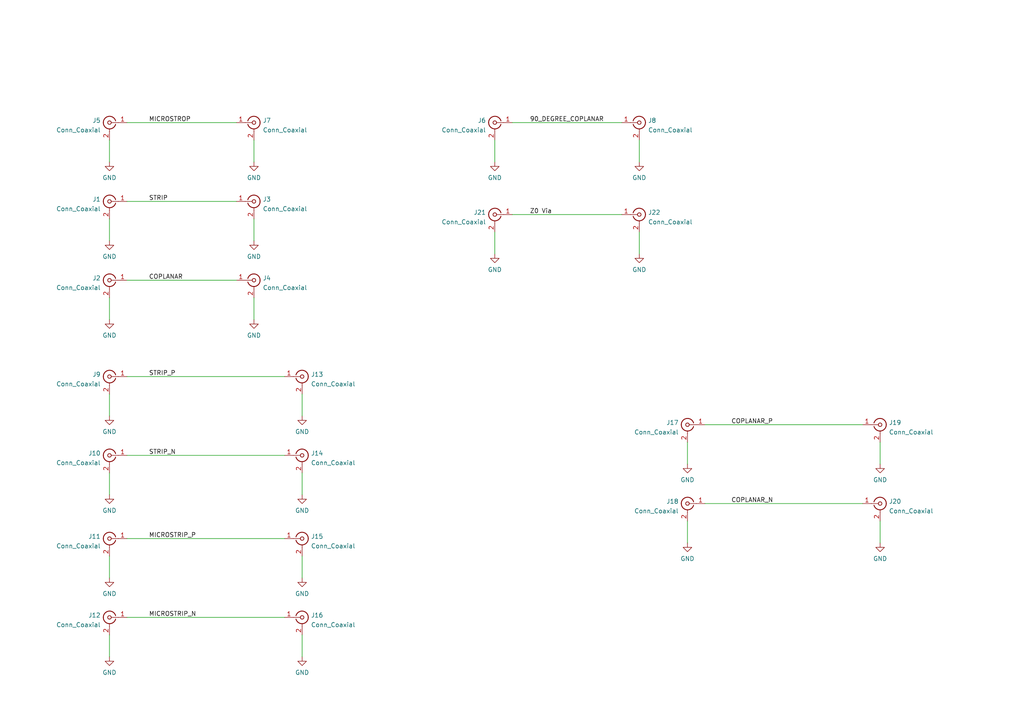
<source format=kicad_sch>
(kicad_sch (version 20211123) (generator eeschema)

  (uuid e63e39d7-6ac0-4ffd-8aa3-1841a4541b55)

  (paper "A4")

  (lib_symbols
    (symbol "Connector:Conn_Coaxial" (pin_names (offset 1.016) hide) (in_bom yes) (on_board yes)
      (property "Reference" "J" (id 0) (at 0.254 3.048 0)
        (effects (font (size 1.27 1.27)))
      )
      (property "Value" "Conn_Coaxial" (id 1) (at 2.921 0 90)
        (effects (font (size 1.27 1.27)))
      )
      (property "Footprint" "" (id 2) (at 0 0 0)
        (effects (font (size 1.27 1.27)) hide)
      )
      (property "Datasheet" " ~" (id 3) (at 0 0 0)
        (effects (font (size 1.27 1.27)) hide)
      )
      (property "ki_keywords" "BNC SMA SMB SMC LEMO coaxial connector CINCH RCA" (id 4) (at 0 0 0)
        (effects (font (size 1.27 1.27)) hide)
      )
      (property "ki_description" "coaxial connector (BNC, SMA, SMB, SMC, Cinch/RCA, LEMO, ...)" (id 5) (at 0 0 0)
        (effects (font (size 1.27 1.27)) hide)
      )
      (property "ki_fp_filters" "*BNC* *SMA* *SMB* *SMC* *Cinch* *LEMO*" (id 6) (at 0 0 0)
        (effects (font (size 1.27 1.27)) hide)
      )
      (symbol "Conn_Coaxial_0_1"
        (arc (start -1.778 -0.508) (mid 0.222 -1.808) (end 1.778 0)
          (stroke (width 0.254) (type default) (color 0 0 0 0))
          (fill (type none))
        )
        (polyline
          (pts
            (xy -2.54 0)
            (xy -0.508 0)
          )
          (stroke (width 0) (type default) (color 0 0 0 0))
          (fill (type none))
        )
        (polyline
          (pts
            (xy 0 -2.54)
            (xy 0 -1.778)
          )
          (stroke (width 0) (type default) (color 0 0 0 0))
          (fill (type none))
        )
        (circle (center 0 0) (radius 0.508)
          (stroke (width 0.2032) (type default) (color 0 0 0 0))
          (fill (type none))
        )
        (arc (start 1.778 0) (mid 0.222 1.8083) (end -1.778 0.508)
          (stroke (width 0.254) (type default) (color 0 0 0 0))
          (fill (type none))
        )
      )
      (symbol "Conn_Coaxial_1_1"
        (pin passive line (at -5.08 0 0) (length 2.54)
          (name "In" (effects (font (size 1.27 1.27))))
          (number "1" (effects (font (size 1.27 1.27))))
        )
        (pin passive line (at 0 -5.08 90) (length 2.54)
          (name "Ext" (effects (font (size 1.27 1.27))))
          (number "2" (effects (font (size 1.27 1.27))))
        )
      )
    )
    (symbol "power:GND" (power) (pin_names (offset 0)) (in_bom yes) (on_board yes)
      (property "Reference" "#PWR" (id 0) (at 0 -6.35 0)
        (effects (font (size 1.27 1.27)) hide)
      )
      (property "Value" "GND" (id 1) (at 0 -3.81 0)
        (effects (font (size 1.27 1.27)))
      )
      (property "Footprint" "" (id 2) (at 0 0 0)
        (effects (font (size 1.27 1.27)) hide)
      )
      (property "Datasheet" "" (id 3) (at 0 0 0)
        (effects (font (size 1.27 1.27)) hide)
      )
      (property "ki_keywords" "power-flag" (id 4) (at 0 0 0)
        (effects (font (size 1.27 1.27)) hide)
      )
      (property "ki_description" "Power symbol creates a global label with name \"GND\" , ground" (id 5) (at 0 0 0)
        (effects (font (size 1.27 1.27)) hide)
      )
      (symbol "GND_0_1"
        (polyline
          (pts
            (xy 0 0)
            (xy 0 -1.27)
            (xy 1.27 -1.27)
            (xy 0 -2.54)
            (xy -1.27 -1.27)
            (xy 0 -1.27)
          )
          (stroke (width 0) (type default) (color 0 0 0 0))
          (fill (type none))
        )
      )
      (symbol "GND_1_1"
        (pin power_in line (at 0 0 270) (length 0) hide
          (name "GND" (effects (font (size 1.27 1.27))))
          (number "1" (effects (font (size 1.27 1.27))))
        )
      )
    )
  )


  (wire (pts (xy 73.66 40.64) (xy 73.66 46.99))
    (stroke (width 0) (type default) (color 0 0 0 0))
    (uuid 077b253b-f1f8-4ed5-ae76-f21c7a03f585)
  )
  (wire (pts (xy 87.63 161.29) (xy 87.63 167.64))
    (stroke (width 0) (type default) (color 0 0 0 0))
    (uuid 09237222-9a22-4022-b59a-10e3a56e7b14)
  )
  (wire (pts (xy 31.75 114.3) (xy 31.75 120.65))
    (stroke (width 0) (type default) (color 0 0 0 0))
    (uuid 0f340484-43f5-4e43-8a6d-4056e29d2348)
  )
  (wire (pts (xy 31.75 137.16) (xy 31.75 143.51))
    (stroke (width 0) (type default) (color 0 0 0 0))
    (uuid 229202cd-20dc-4eab-ac2e-7f028bc91419)
  )
  (wire (pts (xy 143.51 67.31) (xy 143.51 73.66))
    (stroke (width 0) (type default) (color 0 0 0 0))
    (uuid 246f94e0-17ca-4746-b09d-f5b026a2158c)
  )
  (wire (pts (xy 255.27 151.13) (xy 255.27 157.48))
    (stroke (width 0) (type default) (color 0 0 0 0))
    (uuid 28359520-0576-44c3-b5e1-d2af43ecf963)
  )
  (wire (pts (xy 204.47 146.05) (xy 250.19 146.05))
    (stroke (width 0) (type default) (color 0 0 0 0))
    (uuid 2e96a2dd-9fde-441d-9f8b-dd557a553d45)
  )
  (wire (pts (xy 199.39 128.27) (xy 199.39 134.62))
    (stroke (width 0) (type default) (color 0 0 0 0))
    (uuid 300eed52-c382-4621-94d0-ecad5e0c6d0a)
  )
  (wire (pts (xy 199.39 151.13) (xy 199.39 157.48))
    (stroke (width 0) (type default) (color 0 0 0 0))
    (uuid 3581e42d-514e-4ed3-9adc-05cade9227d5)
  )
  (wire (pts (xy 143.51 40.64) (xy 143.51 46.99))
    (stroke (width 0) (type default) (color 0 0 0 0))
    (uuid 4f2445c1-53ab-4d64-a9ab-1f7b58608062)
  )
  (wire (pts (xy 204.47 123.19) (xy 250.19 123.19))
    (stroke (width 0) (type default) (color 0 0 0 0))
    (uuid 510b5425-bb2c-473b-97f1-3696afd85a89)
  )
  (wire (pts (xy 36.83 58.42) (xy 68.58 58.42))
    (stroke (width 0) (type default) (color 0 0 0 0))
    (uuid 525ab6b7-6e3e-4588-9f9e-70a98853cb65)
  )
  (wire (pts (xy 87.63 184.15) (xy 87.63 190.5))
    (stroke (width 0) (type default) (color 0 0 0 0))
    (uuid 530c45c3-34b3-42f2-bfcc-3456640377c8)
  )
  (wire (pts (xy 87.63 114.3) (xy 87.63 120.65))
    (stroke (width 0) (type default) (color 0 0 0 0))
    (uuid 5591601a-0208-417f-b6e4-bd68e0c1316e)
  )
  (wire (pts (xy 36.83 35.56) (xy 68.58 35.56))
    (stroke (width 0) (type default) (color 0 0 0 0))
    (uuid 5d20a811-3bef-482d-837a-8742b9a0b626)
  )
  (wire (pts (xy 36.83 132.08) (xy 82.55 132.08))
    (stroke (width 0) (type default) (color 0 0 0 0))
    (uuid 6d5aa90c-f562-4264-9798-f4d6d166d16a)
  )
  (wire (pts (xy 148.59 62.23) (xy 180.34 62.23))
    (stroke (width 0) (type default) (color 0 0 0 0))
    (uuid 8a99a649-2645-4be6-857d-15b2c0b2faed)
  )
  (wire (pts (xy 31.75 184.15) (xy 31.75 190.5))
    (stroke (width 0) (type default) (color 0 0 0 0))
    (uuid 8d40d20a-ae8f-48e6-acca-c7f2ddaae4e5)
  )
  (wire (pts (xy 73.66 86.36) (xy 73.66 92.71))
    (stroke (width 0) (type default) (color 0 0 0 0))
    (uuid ac1f3307-6198-4510-8ff3-1b93367839cf)
  )
  (wire (pts (xy 255.27 128.27) (xy 255.27 134.62))
    (stroke (width 0) (type default) (color 0 0 0 0))
    (uuid ad825f66-2df2-40ae-b62e-ac366e42db1b)
  )
  (wire (pts (xy 31.75 63.5) (xy 31.75 69.85))
    (stroke (width 0) (type default) (color 0 0 0 0))
    (uuid b3b3c884-d0fb-4f65-8ea8-09d11c7bbf89)
  )
  (wire (pts (xy 36.83 156.21) (xy 82.55 156.21))
    (stroke (width 0) (type default) (color 0 0 0 0))
    (uuid baf326c0-692f-4508-abea-3ec4756a78b6)
  )
  (wire (pts (xy 36.83 179.07) (xy 82.55 179.07))
    (stroke (width 0) (type default) (color 0 0 0 0))
    (uuid bbe6dd70-4693-484e-9fd7-a8969f9dcfda)
  )
  (wire (pts (xy 31.75 161.29) (xy 31.75 167.64))
    (stroke (width 0) (type default) (color 0 0 0 0))
    (uuid c13a074c-4ce9-4dcb-971a-ac25ebc5aeb0)
  )
  (wire (pts (xy 148.59 35.56) (xy 180.34 35.56))
    (stroke (width 0) (type default) (color 0 0 0 0))
    (uuid c5ffbdde-74e4-4a4f-9736-9f81e1b3e4a4)
  )
  (wire (pts (xy 36.83 81.28) (xy 68.58 81.28))
    (stroke (width 0) (type default) (color 0 0 0 0))
    (uuid d477aa7b-1f25-4883-baab-6fe4fc9c7948)
  )
  (wire (pts (xy 185.42 40.64) (xy 185.42 46.99))
    (stroke (width 0) (type default) (color 0 0 0 0))
    (uuid d932de66-33d2-421e-b3e7-aeb68968e7cf)
  )
  (wire (pts (xy 185.42 67.31) (xy 185.42 73.66))
    (stroke (width 0) (type default) (color 0 0 0 0))
    (uuid e2e0e591-d126-420d-8da3-74e777c28123)
  )
  (wire (pts (xy 36.83 109.22) (xy 82.55 109.22))
    (stroke (width 0) (type default) (color 0 0 0 0))
    (uuid eab9674d-6db3-4275-8671-ea5c126b9fa9)
  )
  (wire (pts (xy 31.75 40.64) (xy 31.75 46.99))
    (stroke (width 0) (type default) (color 0 0 0 0))
    (uuid ebea240b-6cc8-4dc3-98df-fa2ba4fca81a)
  )
  (wire (pts (xy 87.63 137.16) (xy 87.63 143.51))
    (stroke (width 0) (type default) (color 0 0 0 0))
    (uuid f488e431-44e6-4c3b-b784-b22fbf6c9f9e)
  )
  (wire (pts (xy 31.75 86.36) (xy 31.75 92.71))
    (stroke (width 0) (type default) (color 0 0 0 0))
    (uuid f5f9eb78-e485-4562-a510-2d20d20efbc1)
  )
  (wire (pts (xy 73.66 63.5) (xy 73.66 69.85))
    (stroke (width 0) (type default) (color 0 0 0 0))
    (uuid f744eebb-1cdf-4f9e-8642-b7dbcee58b90)
  )

  (label "COPLANAR_P" (at 212.09 123.19 0)
    (effects (font (size 1.27 1.27)) (justify left bottom))
    (uuid 0a3caa5f-0ca3-456f-a34e-f4ee012ab935)
  )
  (label "90_DEGREE_COPLANAR" (at 153.67 35.56 0)
    (effects (font (size 1.27 1.27)) (justify left bottom))
    (uuid 31b934e1-46c8-4312-8547-4df8dd52719b)
  )
  (label "STRIP_N" (at 43.18 132.08 0)
    (effects (font (size 1.27 1.27)) (justify left bottom))
    (uuid 5e5c6406-1d9a-4970-9401-2c6c8e17c010)
  )
  (label "Z0 Via" (at 153.67 62.23 0)
    (effects (font (size 1.27 1.27)) (justify left bottom))
    (uuid 94edbaf2-7099-4ebf-8c4d-986107823bcc)
  )
  (label "MICROSTRIP_P" (at 43.18 156.21 0)
    (effects (font (size 1.27 1.27)) (justify left bottom))
    (uuid 9e58997e-00c1-4391-80cb-61e29613892f)
  )
  (label "COPLANAR_N" (at 212.09 146.05 0)
    (effects (font (size 1.27 1.27)) (justify left bottom))
    (uuid 9e8266ee-39fe-4f25-ac81-5cfd40a36a00)
  )
  (label "STRIP" (at 43.18 58.42 0)
    (effects (font (size 1.27 1.27)) (justify left bottom))
    (uuid a7fad558-ba59-4353-937e-ef19fc0a7303)
  )
  (label "MICROSTRIP_N" (at 43.18 179.07 0)
    (effects (font (size 1.27 1.27)) (justify left bottom))
    (uuid b7f2850c-f58b-4cf9-8802-41c268c3767e)
  )
  (label "COPLANAR" (at 43.18 81.28 0)
    (effects (font (size 1.27 1.27)) (justify left bottom))
    (uuid bbeb4758-2d88-449c-a139-6d130c88e4f6)
  )
  (label "STRIP_P" (at 43.18 109.22 0)
    (effects (font (size 1.27 1.27)) (justify left bottom))
    (uuid f521f401-2dcb-4f49-9daa-a954de0d0646)
  )
  (label "MICROSTROP" (at 43.18 35.56 0)
    (effects (font (size 1.27 1.27)) (justify left bottom))
    (uuid ff61cf22-d1c9-405f-9415-977c484a803f)
  )

  (symbol (lib_id "Connector:Conn_Coaxial") (at 31.75 81.28 0) (mirror y) (unit 1)
    (in_bom yes) (on_board yes) (fields_autoplaced)
    (uuid 02910490-7310-49f9-a0ad-041711e45745)
    (property "Reference" "J2" (id 0) (at 29.21 80.6647 0)
      (effects (font (size 1.27 1.27)) (justify left))
    )
    (property "Value" "Conn_Coaxial" (id 1) (at 29.21 83.4398 0)
      (effects (font (size 1.27 1.27)) (justify left))
    )
    (property "Footprint" "Connector_Coaxial:SMA_Molex_73251-1153_EdgeMount_Horizontal" (id 2) (at 31.75 81.28 0)
      (effects (font (size 1.27 1.27)) hide)
    )
    (property "Datasheet" " ~" (id 3) (at 31.75 81.28 0)
      (effects (font (size 1.27 1.27)) hide)
    )
    (pin "1" (uuid 1691cd3d-2130-4a0a-8bbb-ada2e6c9ab9a))
    (pin "2" (uuid 86c7d8f2-1ff5-445f-814d-34b4119c8e50))
  )

  (symbol (lib_id "power:GND") (at 87.63 143.51 0) (unit 1)
    (in_bom yes) (on_board yes) (fields_autoplaced)
    (uuid 057d85bf-9520-4a74-9705-8cf6b08be000)
    (property "Reference" "#PWR0120" (id 0) (at 87.63 149.86 0)
      (effects (font (size 1.27 1.27)) hide)
    )
    (property "Value" "GND" (id 1) (at 87.63 148.0725 0))
    (property "Footprint" "" (id 2) (at 87.63 143.51 0)
      (effects (font (size 1.27 1.27)) hide)
    )
    (property "Datasheet" "" (id 3) (at 87.63 143.51 0)
      (effects (font (size 1.27 1.27)) hide)
    )
    (pin "1" (uuid 0b49d50f-e4d5-4b54-8303-c1d4daeee6d3))
  )

  (symbol (lib_id "Connector:Conn_Coaxial") (at 199.39 146.05 0) (mirror y) (unit 1)
    (in_bom yes) (on_board yes) (fields_autoplaced)
    (uuid 0662088d-0e2a-45d6-b393-c2ca67b0c51a)
    (property "Reference" "J18" (id 0) (at 196.85 145.4347 0)
      (effects (font (size 1.27 1.27)) (justify left))
    )
    (property "Value" "Conn_Coaxial" (id 1) (at 196.85 148.2098 0)
      (effects (font (size 1.27 1.27)) (justify left))
    )
    (property "Footprint" "Connector_Coaxial:SMA_Molex_73251-1153_EdgeMount_Horizontal" (id 2) (at 199.39 146.05 0)
      (effects (font (size 1.27 1.27)) hide)
    )
    (property "Datasheet" " ~" (id 3) (at 199.39 146.05 0)
      (effects (font (size 1.27 1.27)) hide)
    )
    (pin "1" (uuid abdec8d7-f3a7-46a6-8eef-4ef46f88cb93))
    (pin "2" (uuid 5df108c2-0758-4baf-bdf7-2753817af2e0))
  )

  (symbol (lib_id "power:GND") (at 185.42 46.99 0) (unit 1)
    (in_bom yes) (on_board yes) (fields_autoplaced)
    (uuid 07e69f8f-2219-4e14-a7cb-2e9c40b61c88)
    (property "Reference" "#PWR0109" (id 0) (at 185.42 53.34 0)
      (effects (font (size 1.27 1.27)) hide)
    )
    (property "Value" "GND" (id 1) (at 185.42 51.5525 0))
    (property "Footprint" "" (id 2) (at 185.42 46.99 0)
      (effects (font (size 1.27 1.27)) hide)
    )
    (property "Datasheet" "" (id 3) (at 185.42 46.99 0)
      (effects (font (size 1.27 1.27)) hide)
    )
    (pin "1" (uuid 918b4a62-3be8-4148-9eef-6e6a0d221695))
  )

  (symbol (lib_id "Connector:Conn_Coaxial") (at 143.51 62.23 0) (mirror y) (unit 1)
    (in_bom yes) (on_board yes) (fields_autoplaced)
    (uuid 0e178a31-8ec5-4b7b-890e-c47e021a2170)
    (property "Reference" "J21" (id 0) (at 140.97 61.6147 0)
      (effects (font (size 1.27 1.27)) (justify left))
    )
    (property "Value" "Conn_Coaxial" (id 1) (at 140.97 64.3898 0)
      (effects (font (size 1.27 1.27)) (justify left))
    )
    (property "Footprint" "Connector_Coaxial:SMA_Molex_73251-1153_EdgeMount_Horizontal" (id 2) (at 143.51 62.23 0)
      (effects (font (size 1.27 1.27)) hide)
    )
    (property "Datasheet" " ~" (id 3) (at 143.51 62.23 0)
      (effects (font (size 1.27 1.27)) hide)
    )
    (pin "1" (uuid b802014e-b029-49a6-a168-886134919eba))
    (pin "2" (uuid 3b4a749e-5f50-4fa6-b718-33247ea187a1))
  )

  (symbol (lib_id "Connector:Conn_Coaxial") (at 255.27 123.19 0) (unit 1)
    (in_bom yes) (on_board yes) (fields_autoplaced)
    (uuid 11c92fc8-8dd0-4ee0-b301-6221cc091d45)
    (property "Reference" "J19" (id 0) (at 257.81 122.5747 0)
      (effects (font (size 1.27 1.27)) (justify left))
    )
    (property "Value" "Conn_Coaxial" (id 1) (at 257.81 125.3498 0)
      (effects (font (size 1.27 1.27)) (justify left))
    )
    (property "Footprint" "Connector_Coaxial:SMA_Molex_73251-1153_EdgeMount_Horizontal" (id 2) (at 255.27 123.19 0)
      (effects (font (size 1.27 1.27)) hide)
    )
    (property "Datasheet" " ~" (id 3) (at 255.27 123.19 0)
      (effects (font (size 1.27 1.27)) hide)
    )
    (pin "1" (uuid a470c3f0-f35f-455d-9f7f-726f155fd096))
    (pin "2" (uuid be3a008c-3e99-4ccb-bbeb-9633193a03a5))
  )

  (symbol (lib_id "Connector:Conn_Coaxial") (at 31.75 109.22 0) (mirror y) (unit 1)
    (in_bom yes) (on_board yes) (fields_autoplaced)
    (uuid 122cd6ff-87b3-455d-9734-dd35dee6c1d9)
    (property "Reference" "J9" (id 0) (at 29.21 108.6047 0)
      (effects (font (size 1.27 1.27)) (justify left))
    )
    (property "Value" "Conn_Coaxial" (id 1) (at 29.21 111.3798 0)
      (effects (font (size 1.27 1.27)) (justify left))
    )
    (property "Footprint" "Connector_Coaxial:SMA_Molex_73251-1153_EdgeMount_Horizontal" (id 2) (at 31.75 109.22 0)
      (effects (font (size 1.27 1.27)) hide)
    )
    (property "Datasheet" " ~" (id 3) (at 31.75 109.22 0)
      (effects (font (size 1.27 1.27)) hide)
    )
    (pin "1" (uuid cc90c745-434f-4e54-89c7-cbf24870aeb9))
    (pin "2" (uuid 7e47f703-9790-4c34-9d14-1de39c308f06))
  )

  (symbol (lib_id "power:GND") (at 31.75 92.71 0) (unit 1)
    (in_bom yes) (on_board yes) (fields_autoplaced)
    (uuid 134859a2-15aa-4565-b1e7-26feea15069d)
    (property "Reference" "#PWR0105" (id 0) (at 31.75 99.06 0)
      (effects (font (size 1.27 1.27)) hide)
    )
    (property "Value" "GND" (id 1) (at 31.75 97.2725 0))
    (property "Footprint" "" (id 2) (at 31.75 92.71 0)
      (effects (font (size 1.27 1.27)) hide)
    )
    (property "Datasheet" "" (id 3) (at 31.75 92.71 0)
      (effects (font (size 1.27 1.27)) hide)
    )
    (pin "1" (uuid c31cafdf-cc1c-42b0-9cff-cf31c774e86c))
  )

  (symbol (lib_id "power:GND") (at 87.63 190.5 0) (unit 1)
    (in_bom yes) (on_board yes) (fields_autoplaced)
    (uuid 36cadf62-669a-4fb0-973b-3f9aa8ae59ce)
    (property "Reference" "#PWR0126" (id 0) (at 87.63 196.85 0)
      (effects (font (size 1.27 1.27)) hide)
    )
    (property "Value" "GND" (id 1) (at 87.63 195.0625 0))
    (property "Footprint" "" (id 2) (at 87.63 190.5 0)
      (effects (font (size 1.27 1.27)) hide)
    )
    (property "Datasheet" "" (id 3) (at 87.63 190.5 0)
      (effects (font (size 1.27 1.27)) hide)
    )
    (pin "1" (uuid cc37ae73-f087-415c-9a86-f663a4ac33b4))
  )

  (symbol (lib_id "Connector:Conn_Coaxial") (at 31.75 35.56 0) (mirror y) (unit 1)
    (in_bom yes) (on_board yes) (fields_autoplaced)
    (uuid 39a17bc4-3e93-4bd7-b682-d5b5cb947782)
    (property "Reference" "J5" (id 0) (at 29.21 34.9447 0)
      (effects (font (size 1.27 1.27)) (justify left))
    )
    (property "Value" "Conn_Coaxial" (id 1) (at 29.21 37.7198 0)
      (effects (font (size 1.27 1.27)) (justify left))
    )
    (property "Footprint" "Connector_Coaxial:SMA_Molex_73251-1153_EdgeMount_Horizontal" (id 2) (at 31.75 35.56 0)
      (effects (font (size 1.27 1.27)) hide)
    )
    (property "Datasheet" " ~" (id 3) (at 31.75 35.56 0)
      (effects (font (size 1.27 1.27)) hide)
    )
    (pin "1" (uuid 7d326b37-ab5e-44d1-b94f-8bb8a3082b83))
    (pin "2" (uuid 129e761d-c30b-493f-b959-af1e6d64ec11))
  )

  (symbol (lib_id "power:GND") (at 73.66 46.99 0) (unit 1)
    (in_bom yes) (on_board yes) (fields_autoplaced)
    (uuid 3ea9e1b9-f8c0-4e65-ac18-c4fd1a0b50eb)
    (property "Reference" "#PWR0108" (id 0) (at 73.66 53.34 0)
      (effects (font (size 1.27 1.27)) hide)
    )
    (property "Value" "GND" (id 1) (at 73.66 51.5525 0))
    (property "Footprint" "" (id 2) (at 73.66 46.99 0)
      (effects (font (size 1.27 1.27)) hide)
    )
    (property "Datasheet" "" (id 3) (at 73.66 46.99 0)
      (effects (font (size 1.27 1.27)) hide)
    )
    (pin "1" (uuid 892f55cd-a80b-4b7e-bbeb-d008d61a8f1a))
  )

  (symbol (lib_id "Connector:Conn_Coaxial") (at 31.75 179.07 0) (mirror y) (unit 1)
    (in_bom yes) (on_board yes) (fields_autoplaced)
    (uuid 3f38e86c-bb7e-4e76-a503-06d1e902ac1b)
    (property "Reference" "J12" (id 0) (at 29.21 178.4547 0)
      (effects (font (size 1.27 1.27)) (justify left))
    )
    (property "Value" "Conn_Coaxial" (id 1) (at 29.21 181.2298 0)
      (effects (font (size 1.27 1.27)) (justify left))
    )
    (property "Footprint" "Connector_Coaxial:SMA_Molex_73251-1153_EdgeMount_Horizontal" (id 2) (at 31.75 179.07 0)
      (effects (font (size 1.27 1.27)) hide)
    )
    (property "Datasheet" " ~" (id 3) (at 31.75 179.07 0)
      (effects (font (size 1.27 1.27)) hide)
    )
    (pin "1" (uuid 4fad054a-2505-41de-9a40-b732ac0fb4b0))
    (pin "2" (uuid 9a9f9e6c-9f53-4cd1-a2d2-de1067860eac))
  )

  (symbol (lib_id "power:GND") (at 199.39 157.48 0) (unit 1)
    (in_bom yes) (on_board yes) (fields_autoplaced)
    (uuid 40b15767-5fd6-4982-9b4c-344a2ce684da)
    (property "Reference" "#PWR0113" (id 0) (at 199.39 163.83 0)
      (effects (font (size 1.27 1.27)) hide)
    )
    (property "Value" "GND" (id 1) (at 199.39 162.0425 0))
    (property "Footprint" "" (id 2) (at 199.39 157.48 0)
      (effects (font (size 1.27 1.27)) hide)
    )
    (property "Datasheet" "" (id 3) (at 199.39 157.48 0)
      (effects (font (size 1.27 1.27)) hide)
    )
    (pin "1" (uuid f4808f8c-8f22-4ca2-8201-f4583689a51e))
  )

  (symbol (lib_id "power:GND") (at 73.66 69.85 0) (unit 1)
    (in_bom yes) (on_board yes) (fields_autoplaced)
    (uuid 461b5226-c7e6-4891-b05d-712f94645be1)
    (property "Reference" "#PWR0101" (id 0) (at 73.66 76.2 0)
      (effects (font (size 1.27 1.27)) hide)
    )
    (property "Value" "GND" (id 1) (at 73.66 74.4125 0))
    (property "Footprint" "" (id 2) (at 73.66 69.85 0)
      (effects (font (size 1.27 1.27)) hide)
    )
    (property "Datasheet" "" (id 3) (at 73.66 69.85 0)
      (effects (font (size 1.27 1.27)) hide)
    )
    (pin "1" (uuid 526e1ba9-00e6-4bc9-b22f-c99ddb62db6e))
  )

  (symbol (lib_id "Connector:Conn_Coaxial") (at 185.42 62.23 0) (unit 1)
    (in_bom yes) (on_board yes) (fields_autoplaced)
    (uuid 570a3368-221b-41a4-9bf4-5395f0a2b775)
    (property "Reference" "J22" (id 0) (at 187.96 61.6147 0)
      (effects (font (size 1.27 1.27)) (justify left))
    )
    (property "Value" "Conn_Coaxial" (id 1) (at 187.96 64.3898 0)
      (effects (font (size 1.27 1.27)) (justify left))
    )
    (property "Footprint" "Connector_Coaxial:SMA_Molex_73251-1153_EdgeMount_Horizontal" (id 2) (at 185.42 62.23 0)
      (effects (font (size 1.27 1.27)) hide)
    )
    (property "Datasheet" " ~" (id 3) (at 185.42 62.23 0)
      (effects (font (size 1.27 1.27)) hide)
    )
    (pin "1" (uuid aed9c550-2d8c-4e9f-8bcc-feba24c27bc7))
    (pin "2" (uuid 74879186-cb05-4567-bafd-12b2abc3fb90))
  )

  (symbol (lib_id "power:GND") (at 199.39 134.62 0) (unit 1)
    (in_bom yes) (on_board yes) (fields_autoplaced)
    (uuid 5962c62a-a185-4faf-b8c5-217b31442c88)
    (property "Reference" "#PWR0114" (id 0) (at 199.39 140.97 0)
      (effects (font (size 1.27 1.27)) hide)
    )
    (property "Value" "GND" (id 1) (at 199.39 139.1825 0))
    (property "Footprint" "" (id 2) (at 199.39 134.62 0)
      (effects (font (size 1.27 1.27)) hide)
    )
    (property "Datasheet" "" (id 3) (at 199.39 134.62 0)
      (effects (font (size 1.27 1.27)) hide)
    )
    (pin "1" (uuid e257f7e1-c9a3-4bae-8ad2-dfadd3e6e6ae))
  )

  (symbol (lib_id "power:GND") (at 255.27 157.48 0) (unit 1)
    (in_bom yes) (on_board yes) (fields_autoplaced)
    (uuid 6b10e2c9-6d17-4a75-9fa8-e128bf76665b)
    (property "Reference" "#PWR0106" (id 0) (at 255.27 163.83 0)
      (effects (font (size 1.27 1.27)) hide)
    )
    (property "Value" "GND" (id 1) (at 255.27 162.0425 0))
    (property "Footprint" "" (id 2) (at 255.27 157.48 0)
      (effects (font (size 1.27 1.27)) hide)
    )
    (property "Datasheet" "" (id 3) (at 255.27 157.48 0)
      (effects (font (size 1.27 1.27)) hide)
    )
    (pin "1" (uuid f3cf8e9c-1029-4c32-825c-02379d8539a9))
  )

  (symbol (lib_id "power:GND") (at 31.75 46.99 0) (unit 1)
    (in_bom yes) (on_board yes) (fields_autoplaced)
    (uuid 6c97b18c-b652-4528-8004-b3a3552bcbed)
    (property "Reference" "#PWR0111" (id 0) (at 31.75 53.34 0)
      (effects (font (size 1.27 1.27)) hide)
    )
    (property "Value" "GND" (id 1) (at 31.75 51.5525 0))
    (property "Footprint" "" (id 2) (at 31.75 46.99 0)
      (effects (font (size 1.27 1.27)) hide)
    )
    (property "Datasheet" "" (id 3) (at 31.75 46.99 0)
      (effects (font (size 1.27 1.27)) hide)
    )
    (pin "1" (uuid 8bebbccd-0ddf-42de-ab3c-719be1822de4))
  )

  (symbol (lib_id "Connector:Conn_Coaxial") (at 31.75 156.21 0) (mirror y) (unit 1)
    (in_bom yes) (on_board yes) (fields_autoplaced)
    (uuid 7048d53d-c19b-4bfb-b593-97043dc857cb)
    (property "Reference" "J11" (id 0) (at 29.21 155.5947 0)
      (effects (font (size 1.27 1.27)) (justify left))
    )
    (property "Value" "Conn_Coaxial" (id 1) (at 29.21 158.3698 0)
      (effects (font (size 1.27 1.27)) (justify left))
    )
    (property "Footprint" "Connector_Coaxial:SMA_Molex_73251-1153_EdgeMount_Horizontal" (id 2) (at 31.75 156.21 0)
      (effects (font (size 1.27 1.27)) hide)
    )
    (property "Datasheet" " ~" (id 3) (at 31.75 156.21 0)
      (effects (font (size 1.27 1.27)) hide)
    )
    (pin "1" (uuid ef967227-51ca-40bc-b932-9576b8ce7853))
    (pin "2" (uuid 3bc90ea7-5188-4502-b042-b276e4e50efd))
  )

  (symbol (lib_id "power:GND") (at 255.27 134.62 0) (unit 1)
    (in_bom yes) (on_board yes) (fields_autoplaced)
    (uuid 75a32887-abb7-473d-bded-e05d3837134b)
    (property "Reference" "#PWR0104" (id 0) (at 255.27 140.97 0)
      (effects (font (size 1.27 1.27)) hide)
    )
    (property "Value" "GND" (id 1) (at 255.27 139.1825 0))
    (property "Footprint" "" (id 2) (at 255.27 134.62 0)
      (effects (font (size 1.27 1.27)) hide)
    )
    (property "Datasheet" "" (id 3) (at 255.27 134.62 0)
      (effects (font (size 1.27 1.27)) hide)
    )
    (pin "1" (uuid f2a24fcb-de94-461d-bb60-315271cdfd09))
  )

  (symbol (lib_id "power:GND") (at 31.75 143.51 0) (unit 1)
    (in_bom yes) (on_board yes) (fields_autoplaced)
    (uuid 776a4655-1925-4e3a-ae94-97f74e898314)
    (property "Reference" "#PWR0116" (id 0) (at 31.75 149.86 0)
      (effects (font (size 1.27 1.27)) hide)
    )
    (property "Value" "GND" (id 1) (at 31.75 148.0725 0))
    (property "Footprint" "" (id 2) (at 31.75 143.51 0)
      (effects (font (size 1.27 1.27)) hide)
    )
    (property "Datasheet" "" (id 3) (at 31.75 143.51 0)
      (effects (font (size 1.27 1.27)) hide)
    )
    (pin "1" (uuid 888ff86d-eeb6-42bb-a8b9-8bba5d300088))
  )

  (symbol (lib_id "power:GND") (at 31.75 120.65 0) (unit 1)
    (in_bom yes) (on_board yes) (fields_autoplaced)
    (uuid 7e67823e-2810-490d-bd9b-8b337d7a4ad5)
    (property "Reference" "#PWR0115" (id 0) (at 31.75 127 0)
      (effects (font (size 1.27 1.27)) hide)
    )
    (property "Value" "GND" (id 1) (at 31.75 125.2125 0))
    (property "Footprint" "" (id 2) (at 31.75 120.65 0)
      (effects (font (size 1.27 1.27)) hide)
    )
    (property "Datasheet" "" (id 3) (at 31.75 120.65 0)
      (effects (font (size 1.27 1.27)) hide)
    )
    (pin "1" (uuid e9f6f543-7ec8-488b-9aca-e6a196514d16))
  )

  (symbol (lib_id "Connector:Conn_Coaxial") (at 185.42 35.56 0) (unit 1)
    (in_bom yes) (on_board yes) (fields_autoplaced)
    (uuid 7ed9e500-4bce-4c8d-8ac2-1c6206b17017)
    (property "Reference" "J8" (id 0) (at 187.96 34.9447 0)
      (effects (font (size 1.27 1.27)) (justify left))
    )
    (property "Value" "Conn_Coaxial" (id 1) (at 187.96 37.7198 0)
      (effects (font (size 1.27 1.27)) (justify left))
    )
    (property "Footprint" "Connector_Coaxial:SMA_Molex_73251-1153_EdgeMount_Horizontal" (id 2) (at 185.42 35.56 0)
      (effects (font (size 1.27 1.27)) hide)
    )
    (property "Datasheet" " ~" (id 3) (at 185.42 35.56 0)
      (effects (font (size 1.27 1.27)) hide)
    )
    (pin "1" (uuid 82487c2d-3895-4582-a020-4a1a45209dcf))
    (pin "2" (uuid b4ad8885-454b-47f4-a251-8e49f79e426f))
  )

  (symbol (lib_id "Connector:Conn_Coaxial") (at 87.63 156.21 0) (unit 1)
    (in_bom yes) (on_board yes) (fields_autoplaced)
    (uuid 82487c2d-3895-4582-a020-4a1a45209dd0)
    (property "Reference" "J15" (id 0) (at 90.17 155.5947 0)
      (effects (font (size 1.27 1.27)) (justify left))
    )
    (property "Value" "Conn_Coaxial" (id 1) (at 90.17 158.3698 0)
      (effects (font (size 1.27 1.27)) (justify left))
    )
    (property "Footprint" "Connector_Coaxial:SMA_Molex_73251-1153_EdgeMount_Horizontal" (id 2) (at 87.63 156.21 0)
      (effects (font (size 1.27 1.27)) hide)
    )
    (property "Datasheet" " ~" (id 3) (at 87.63 156.21 0)
      (effects (font (size 1.27 1.27)) hide)
    )
    (pin "1" (uuid b4ad8885-454b-47f4-a251-8e49f79e4270))
    (pin "2" (uuid 5ebe4510-84ec-4bd4-8ea2-714dcf441b95))
  )

  (symbol (lib_id "Connector:Conn_Coaxial") (at 31.75 58.42 0) (mirror y) (unit 1)
    (in_bom yes) (on_board yes) (fields_autoplaced)
    (uuid 92b4c6e4-d408-4663-9c41-f19c648a4d44)
    (property "Reference" "J1" (id 0) (at 29.21 57.8047 0)
      (effects (font (size 1.27 1.27)) (justify left))
    )
    (property "Value" "Conn_Coaxial" (id 1) (at 29.21 60.5798 0)
      (effects (font (size 1.27 1.27)) (justify left))
    )
    (property "Footprint" "Connector_Coaxial:SMA_Molex_73251-1153_EdgeMount_Horizontal" (id 2) (at 31.75 58.42 0)
      (effects (font (size 1.27 1.27)) hide)
    )
    (property "Datasheet" " ~" (id 3) (at 31.75 58.42 0)
      (effects (font (size 1.27 1.27)) hide)
    )
    (pin "1" (uuid 36e783d5-9ae1-4da1-b87d-c4c3d6925974))
    (pin "2" (uuid 2762364a-7f62-4fcb-a44b-9ec4a07010df))
  )

  (symbol (lib_id "power:GND") (at 31.75 190.5 0) (unit 1)
    (in_bom yes) (on_board yes) (fields_autoplaced)
    (uuid 946022c5-e695-43d9-80f5-2959764ce9d2)
    (property "Reference" "#PWR0124" (id 0) (at 31.75 196.85 0)
      (effects (font (size 1.27 1.27)) hide)
    )
    (property "Value" "GND" (id 1) (at 31.75 195.0625 0))
    (property "Footprint" "" (id 2) (at 31.75 190.5 0)
      (effects (font (size 1.27 1.27)) hide)
    )
    (property "Datasheet" "" (id 3) (at 31.75 190.5 0)
      (effects (font (size 1.27 1.27)) hide)
    )
    (pin "1" (uuid 7b958aa8-8aef-432e-9366-8f94413d9a51))
  )

  (symbol (lib_id "power:GND") (at 31.75 167.64 0) (unit 1)
    (in_bom yes) (on_board yes) (fields_autoplaced)
    (uuid 971835b4-f17a-4286-9244-be8c0df835a1)
    (property "Reference" "#PWR0125" (id 0) (at 31.75 173.99 0)
      (effects (font (size 1.27 1.27)) hide)
    )
    (property "Value" "GND" (id 1) (at 31.75 172.2025 0))
    (property "Footprint" "" (id 2) (at 31.75 167.64 0)
      (effects (font (size 1.27 1.27)) hide)
    )
    (property "Datasheet" "" (id 3) (at 31.75 167.64 0)
      (effects (font (size 1.27 1.27)) hide)
    )
    (pin "1" (uuid f6ae1ee0-654a-4ae0-a3c3-07bcd4d570a3))
  )

  (symbol (lib_id "Connector:Conn_Coaxial") (at 87.63 109.22 0) (unit 1)
    (in_bom yes) (on_board yes) (fields_autoplaced)
    (uuid ad0f7d9a-9abf-4866-abfe-c678d2624384)
    (property "Reference" "J13" (id 0) (at 90.17 108.6047 0)
      (effects (font (size 1.27 1.27)) (justify left))
    )
    (property "Value" "Conn_Coaxial" (id 1) (at 90.17 111.3798 0)
      (effects (font (size 1.27 1.27)) (justify left))
    )
    (property "Footprint" "Connector_Coaxial:SMA_Molex_73251-1153_EdgeMount_Horizontal" (id 2) (at 87.63 109.22 0)
      (effects (font (size 1.27 1.27)) hide)
    )
    (property "Datasheet" " ~" (id 3) (at 87.63 109.22 0)
      (effects (font (size 1.27 1.27)) hide)
    )
    (pin "1" (uuid e5a6a0c6-b654-43a9-9bdb-35d265394583))
    (pin "2" (uuid 7869f947-883d-43de-ac85-51a8b8bdfb0f))
  )

  (symbol (lib_id "Connector:Conn_Coaxial") (at 143.51 35.56 0) (mirror y) (unit 1)
    (in_bom yes) (on_board yes) (fields_autoplaced)
    (uuid ae710b1e-f57e-45d6-b5e2-a4509269d2a0)
    (property "Reference" "J6" (id 0) (at 140.97 34.9447 0)
      (effects (font (size 1.27 1.27)) (justify left))
    )
    (property "Value" "Conn_Coaxial" (id 1) (at 140.97 37.7198 0)
      (effects (font (size 1.27 1.27)) (justify left))
    )
    (property "Footprint" "Connector_Coaxial:SMA_Molex_73251-1153_EdgeMount_Horizontal" (id 2) (at 143.51 35.56 0)
      (effects (font (size 1.27 1.27)) hide)
    )
    (property "Datasheet" " ~" (id 3) (at 143.51 35.56 0)
      (effects (font (size 1.27 1.27)) hide)
    )
    (pin "1" (uuid 98883cbf-036c-4afd-ab2c-900521c5f96c))
    (pin "2" (uuid 508e5f15-8e0c-4a64-8a81-56306322c0a9))
  )

  (symbol (lib_id "Connector:Conn_Coaxial") (at 73.66 81.28 0) (unit 1)
    (in_bom yes) (on_board yes) (fields_autoplaced)
    (uuid af881887-5cc6-4605-8c4c-7bf922a8bf80)
    (property "Reference" "J4" (id 0) (at 76.2 80.6647 0)
      (effects (font (size 1.27 1.27)) (justify left))
    )
    (property "Value" "Conn_Coaxial" (id 1) (at 76.2 83.4398 0)
      (effects (font (size 1.27 1.27)) (justify left))
    )
    (property "Footprint" "Connector_Coaxial:SMA_Molex_73251-1153_EdgeMount_Horizontal" (id 2) (at 73.66 81.28 0)
      (effects (font (size 1.27 1.27)) hide)
    )
    (property "Datasheet" " ~" (id 3) (at 73.66 81.28 0)
      (effects (font (size 1.27 1.27)) hide)
    )
    (pin "1" (uuid 68881549-1588-438c-abf8-f6f2c2b6b5a2))
    (pin "2" (uuid 83058c9b-309f-4f4d-b8e7-c7c6ed97bc4b))
  )

  (symbol (lib_id "Connector:Conn_Coaxial") (at 87.63 179.07 0) (unit 1)
    (in_bom yes) (on_board yes) (fields_autoplaced)
    (uuid b1500dff-5335-4d02-92f6-191785c3df0f)
    (property "Reference" "J16" (id 0) (at 90.17 178.4547 0)
      (effects (font (size 1.27 1.27)) (justify left))
    )
    (property "Value" "Conn_Coaxial" (id 1) (at 90.17 181.2298 0)
      (effects (font (size 1.27 1.27)) (justify left))
    )
    (property "Footprint" "Connector_Coaxial:SMA_Molex_73251-1153_EdgeMount_Horizontal" (id 2) (at 87.63 179.07 0)
      (effects (font (size 1.27 1.27)) hide)
    )
    (property "Datasheet" " ~" (id 3) (at 87.63 179.07 0)
      (effects (font (size 1.27 1.27)) hide)
    )
    (pin "1" (uuid e8ada807-4c13-4d89-a4f5-5e35be3163d6))
    (pin "2" (uuid 18f51479-1ec1-419f-a292-5ea89607dd38))
  )

  (symbol (lib_id "Connector:Conn_Coaxial") (at 73.66 35.56 0) (unit 1)
    (in_bom yes) (on_board yes) (fields_autoplaced)
    (uuid b261c78d-0990-439e-bcda-2c63554dde4d)
    (property "Reference" "J7" (id 0) (at 76.2 34.9447 0)
      (effects (font (size 1.27 1.27)) (justify left))
    )
    (property "Value" "Conn_Coaxial" (id 1) (at 76.2 37.7198 0)
      (effects (font (size 1.27 1.27)) (justify left))
    )
    (property "Footprint" "Connector_Coaxial:SMA_Molex_73251-1153_EdgeMount_Horizontal" (id 2) (at 73.66 35.56 0)
      (effects (font (size 1.27 1.27)) hide)
    )
    (property "Datasheet" " ~" (id 3) (at 73.66 35.56 0)
      (effects (font (size 1.27 1.27)) hide)
    )
    (pin "1" (uuid 65cbacb4-62b6-41e9-ae7e-eb84182e4a8d))
    (pin "2" (uuid 6b6d52e9-ac42-4566-ae72-5c6366eb47c8))
  )

  (symbol (lib_id "Connector:Conn_Coaxial") (at 73.66 58.42 0) (unit 1)
    (in_bom yes) (on_board yes) (fields_autoplaced)
    (uuid bde95c06-433a-4c03-bc48-e3abcdb4e054)
    (property "Reference" "J3" (id 0) (at 76.2 57.8047 0)
      (effects (font (size 1.27 1.27)) (justify left))
    )
    (property "Value" "Conn_Coaxial" (id 1) (at 76.2 60.5798 0)
      (effects (font (size 1.27 1.27)) (justify left))
    )
    (property "Footprint" "Connector_Coaxial:SMA_Molex_73251-1153_EdgeMount_Horizontal" (id 2) (at 73.66 58.42 0)
      (effects (font (size 1.27 1.27)) hide)
    )
    (property "Datasheet" " ~" (id 3) (at 73.66 58.42 0)
      (effects (font (size 1.27 1.27)) hide)
    )
    (pin "1" (uuid 7a2f50f6-0c99-4e8d-9c2a-8f2f961d2e6d))
    (pin "2" (uuid ae0e6b31-27d7-4383-a4fc-7557b0a19382))
  )

  (symbol (lib_id "Connector:Conn_Coaxial") (at 199.39 123.19 0) (mirror y) (unit 1)
    (in_bom yes) (on_board yes) (fields_autoplaced)
    (uuid ce632731-d72f-40a9-9d75-a9823b00b0fa)
    (property "Reference" "J17" (id 0) (at 196.85 122.5747 0)
      (effects (font (size 1.27 1.27)) (justify left))
    )
    (property "Value" "Conn_Coaxial" (id 1) (at 196.85 125.3498 0)
      (effects (font (size 1.27 1.27)) (justify left))
    )
    (property "Footprint" "Connector_Coaxial:SMA_Molex_73251-1153_EdgeMount_Horizontal" (id 2) (at 199.39 123.19 0)
      (effects (font (size 1.27 1.27)) hide)
    )
    (property "Datasheet" " ~" (id 3) (at 199.39 123.19 0)
      (effects (font (size 1.27 1.27)) hide)
    )
    (pin "1" (uuid c3e6fb11-3c25-4844-b68a-0f0846e95d10))
    (pin "2" (uuid 5dce7d55-92a3-462d-a13d-b75d1b67839a))
  )

  (symbol (lib_id "Connector:Conn_Coaxial") (at 87.63 132.08 0) (unit 1)
    (in_bom yes) (on_board yes) (fields_autoplaced)
    (uuid cff4e32b-58a6-4e66-8953-bf4ced4fdee8)
    (property "Reference" "J14" (id 0) (at 90.17 131.4647 0)
      (effects (font (size 1.27 1.27)) (justify left))
    )
    (property "Value" "Conn_Coaxial" (id 1) (at 90.17 134.2398 0)
      (effects (font (size 1.27 1.27)) (justify left))
    )
    (property "Footprint" "Connector_Coaxial:SMA_Molex_73251-1153_EdgeMount_Horizontal" (id 2) (at 87.63 132.08 0)
      (effects (font (size 1.27 1.27)) hide)
    )
    (property "Datasheet" " ~" (id 3) (at 87.63 132.08 0)
      (effects (font (size 1.27 1.27)) hide)
    )
    (pin "1" (uuid 970604e1-e3af-403e-8d4a-19c9dbd6bf38))
    (pin "2" (uuid 5e51cd7d-dce9-4bbf-b1e2-8712a52ce40d))
  )

  (symbol (lib_id "power:GND") (at 31.75 69.85 0) (unit 1)
    (in_bom yes) (on_board yes) (fields_autoplaced)
    (uuid d60883a0-c1ee-4079-be40-6a1749b79cae)
    (property "Reference" "#PWR0103" (id 0) (at 31.75 76.2 0)
      (effects (font (size 1.27 1.27)) hide)
    )
    (property "Value" "GND" (id 1) (at 31.75 74.4125 0))
    (property "Footprint" "" (id 2) (at 31.75 69.85 0)
      (effects (font (size 1.27 1.27)) hide)
    )
    (property "Datasheet" "" (id 3) (at 31.75 69.85 0)
      (effects (font (size 1.27 1.27)) hide)
    )
    (pin "1" (uuid 76def783-a0fa-47c3-9593-18ecf95d0d18))
  )

  (symbol (lib_id "Connector:Conn_Coaxial") (at 255.27 146.05 0) (unit 1)
    (in_bom yes) (on_board yes) (fields_autoplaced)
    (uuid d7023df0-ce57-4ba9-9a6e-9b988c4bc7cd)
    (property "Reference" "J20" (id 0) (at 257.81 145.4347 0)
      (effects (font (size 1.27 1.27)) (justify left))
    )
    (property "Value" "Conn_Coaxial" (id 1) (at 257.81 148.2098 0)
      (effects (font (size 1.27 1.27)) (justify left))
    )
    (property "Footprint" "Connector_Coaxial:SMA_Molex_73251-1153_EdgeMount_Horizontal" (id 2) (at 255.27 146.05 0)
      (effects (font (size 1.27 1.27)) hide)
    )
    (property "Datasheet" " ~" (id 3) (at 255.27 146.05 0)
      (effects (font (size 1.27 1.27)) hide)
    )
    (pin "1" (uuid fea0f9f9-d450-42cd-b2fe-d6570ef67efe))
    (pin "2" (uuid 5b35ccb5-c63f-4b3c-a36b-fd85c4087b7f))
  )

  (symbol (lib_id "power:GND") (at 73.66 92.71 0) (unit 1)
    (in_bom yes) (on_board yes) (fields_autoplaced)
    (uuid db815b65-2e01-4e79-b0a4-f722f7ccdb56)
    (property "Reference" "#PWR0102" (id 0) (at 73.66 99.06 0)
      (effects (font (size 1.27 1.27)) hide)
    )
    (property "Value" "GND" (id 1) (at 73.66 97.2725 0))
    (property "Footprint" "" (id 2) (at 73.66 92.71 0)
      (effects (font (size 1.27 1.27)) hide)
    )
    (property "Datasheet" "" (id 3) (at 73.66 92.71 0)
      (effects (font (size 1.27 1.27)) hide)
    )
    (pin "1" (uuid 1482851c-2e17-4260-a1eb-f2555c4a7bdd))
  )

  (symbol (lib_id "power:GND") (at 143.51 73.66 0) (unit 1)
    (in_bom yes) (on_board yes) (fields_autoplaced)
    (uuid de3b5021-0c71-46f6-ba70-7b87599389db)
    (property "Reference" "#PWR0128" (id 0) (at 143.51 80.01 0)
      (effects (font (size 1.27 1.27)) hide)
    )
    (property "Value" "GND" (id 1) (at 143.51 78.2225 0))
    (property "Footprint" "" (id 2) (at 143.51 73.66 0)
      (effects (font (size 1.27 1.27)) hide)
    )
    (property "Datasheet" "" (id 3) (at 143.51 73.66 0)
      (effects (font (size 1.27 1.27)) hide)
    )
    (pin "1" (uuid 8d1401d7-e542-4573-abc0-46d8601466a7))
  )

  (symbol (lib_id "Connector:Conn_Coaxial") (at 31.75 132.08 0) (mirror y) (unit 1)
    (in_bom yes) (on_board yes) (fields_autoplaced)
    (uuid e5a3e45b-0b8e-496d-ab1d-a9755e69ac61)
    (property "Reference" "J10" (id 0) (at 29.21 131.4647 0)
      (effects (font (size 1.27 1.27)) (justify left))
    )
    (property "Value" "Conn_Coaxial" (id 1) (at 29.21 134.2398 0)
      (effects (font (size 1.27 1.27)) (justify left))
    )
    (property "Footprint" "Connector_Coaxial:SMA_Molex_73251-1153_EdgeMount_Horizontal" (id 2) (at 31.75 132.08 0)
      (effects (font (size 1.27 1.27)) hide)
    )
    (property "Datasheet" " ~" (id 3) (at 31.75 132.08 0)
      (effects (font (size 1.27 1.27)) hide)
    )
    (pin "1" (uuid 84813042-26a7-4fc2-9eb0-0358c5dee9f3))
    (pin "2" (uuid f6e654e6-0b62-44cf-aa6c-98db940c48e7))
  )

  (symbol (lib_id "power:GND") (at 143.51 46.99 0) (unit 1)
    (in_bom yes) (on_board yes) (fields_autoplaced)
    (uuid f3826502-e7a8-4cb6-8ff9-09cb50555763)
    (property "Reference" "#PWR0112" (id 0) (at 143.51 53.34 0)
      (effects (font (size 1.27 1.27)) hide)
    )
    (property "Value" "GND" (id 1) (at 143.51 51.5525 0))
    (property "Footprint" "" (id 2) (at 143.51 46.99 0)
      (effects (font (size 1.27 1.27)) hide)
    )
    (property "Datasheet" "" (id 3) (at 143.51 46.99 0)
      (effects (font (size 1.27 1.27)) hide)
    )
    (pin "1" (uuid dc8accd7-4bb7-4791-b134-36cfe2bf68fc))
  )

  (symbol (lib_id "power:GND") (at 87.63 167.64 0) (unit 1)
    (in_bom yes) (on_board yes) (fields_autoplaced)
    (uuid f4ec3d76-d192-43a7-8e19-5690f334e4f6)
    (property "Reference" "#PWR0121" (id 0) (at 87.63 173.99 0)
      (effects (font (size 1.27 1.27)) hide)
    )
    (property "Value" "GND" (id 1) (at 87.63 172.2025 0))
    (property "Footprint" "" (id 2) (at 87.63 167.64 0)
      (effects (font (size 1.27 1.27)) hide)
    )
    (property "Datasheet" "" (id 3) (at 87.63 167.64 0)
      (effects (font (size 1.27 1.27)) hide)
    )
    (pin "1" (uuid 81579bbb-1751-4813-900b-ecf0298e2ab9))
  )

  (symbol (lib_id "power:GND") (at 87.63 120.65 0) (unit 1)
    (in_bom yes) (on_board yes) (fields_autoplaced)
    (uuid fa5393d6-c3e4-4b31-a507-98a55f9f6a14)
    (property "Reference" "#PWR0119" (id 0) (at 87.63 127 0)
      (effects (font (size 1.27 1.27)) hide)
    )
    (property "Value" "GND" (id 1) (at 87.63 125.2125 0))
    (property "Footprint" "" (id 2) (at 87.63 120.65 0)
      (effects (font (size 1.27 1.27)) hide)
    )
    (property "Datasheet" "" (id 3) (at 87.63 120.65 0)
      (effects (font (size 1.27 1.27)) hide)
    )
    (pin "1" (uuid 6985d672-0b2c-4d30-85ce-fa4aa143d43e))
  )

  (symbol (lib_id "power:GND") (at 185.42 73.66 0) (unit 1)
    (in_bom yes) (on_board yes) (fields_autoplaced)
    (uuid fd8f23a9-d96e-483c-b5d2-b6209e75679c)
    (property "Reference" "#PWR0127" (id 0) (at 185.42 80.01 0)
      (effects (font (size 1.27 1.27)) hide)
    )
    (property "Value" "GND" (id 1) (at 185.42 78.2225 0))
    (property "Footprint" "" (id 2) (at 185.42 73.66 0)
      (effects (font (size 1.27 1.27)) hide)
    )
    (property "Datasheet" "" (id 3) (at 185.42 73.66 0)
      (effects (font (size 1.27 1.27)) hide)
    )
    (pin "1" (uuid f10ac1c6-4d05-42e7-8f9c-3d02924c4db1))
  )

  (sheet_instances
    (path "/" (page "1"))
  )

  (symbol_instances
    (path "/461b5226-c7e6-4891-b05d-712f94645be1"
      (reference "#PWR0101") (unit 1) (value "GND") (footprint "")
    )
    (path "/db815b65-2e01-4e79-b0a4-f722f7ccdb56"
      (reference "#PWR0102") (unit 1) (value "GND") (footprint "")
    )
    (path "/d60883a0-c1ee-4079-be40-6a1749b79cae"
      (reference "#PWR0103") (unit 1) (value "GND") (footprint "")
    )
    (path "/75a32887-abb7-473d-bded-e05d3837134b"
      (reference "#PWR0104") (unit 1) (value "GND") (footprint "")
    )
    (path "/134859a2-15aa-4565-b1e7-26feea15069d"
      (reference "#PWR0105") (unit 1) (value "GND") (footprint "")
    )
    (path "/6b10e2c9-6d17-4a75-9fa8-e128bf76665b"
      (reference "#PWR0106") (unit 1) (value "GND") (footprint "")
    )
    (path "/3ea9e1b9-f8c0-4e65-ac18-c4fd1a0b50eb"
      (reference "#PWR0108") (unit 1) (value "GND") (footprint "")
    )
    (path "/07e69f8f-2219-4e14-a7cb-2e9c40b61c88"
      (reference "#PWR0109") (unit 1) (value "GND") (footprint "")
    )
    (path "/6c97b18c-b652-4528-8004-b3a3552bcbed"
      (reference "#PWR0111") (unit 1) (value "GND") (footprint "")
    )
    (path "/f3826502-e7a8-4cb6-8ff9-09cb50555763"
      (reference "#PWR0112") (unit 1) (value "GND") (footprint "")
    )
    (path "/40b15767-5fd6-4982-9b4c-344a2ce684da"
      (reference "#PWR0113") (unit 1) (value "GND") (footprint "")
    )
    (path "/5962c62a-a185-4faf-b8c5-217b31442c88"
      (reference "#PWR0114") (unit 1) (value "GND") (footprint "")
    )
    (path "/7e67823e-2810-490d-bd9b-8b337d7a4ad5"
      (reference "#PWR0115") (unit 1) (value "GND") (footprint "")
    )
    (path "/776a4655-1925-4e3a-ae94-97f74e898314"
      (reference "#PWR0116") (unit 1) (value "GND") (footprint "")
    )
    (path "/fa5393d6-c3e4-4b31-a507-98a55f9f6a14"
      (reference "#PWR0119") (unit 1) (value "GND") (footprint "")
    )
    (path "/057d85bf-9520-4a74-9705-8cf6b08be000"
      (reference "#PWR0120") (unit 1) (value "GND") (footprint "")
    )
    (path "/f4ec3d76-d192-43a7-8e19-5690f334e4f6"
      (reference "#PWR0121") (unit 1) (value "GND") (footprint "")
    )
    (path "/946022c5-e695-43d9-80f5-2959764ce9d2"
      (reference "#PWR0124") (unit 1) (value "GND") (footprint "")
    )
    (path "/971835b4-f17a-4286-9244-be8c0df835a1"
      (reference "#PWR0125") (unit 1) (value "GND") (footprint "")
    )
    (path "/36cadf62-669a-4fb0-973b-3f9aa8ae59ce"
      (reference "#PWR0126") (unit 1) (value "GND") (footprint "")
    )
    (path "/fd8f23a9-d96e-483c-b5d2-b6209e75679c"
      (reference "#PWR0127") (unit 1) (value "GND") (footprint "")
    )
    (path "/de3b5021-0c71-46f6-ba70-7b87599389db"
      (reference "#PWR0128") (unit 1) (value "GND") (footprint "")
    )
    (path "/92b4c6e4-d408-4663-9c41-f19c648a4d44"
      (reference "J1") (unit 1) (value "Conn_Coaxial") (footprint "Connector_Coaxial:SMA_Molex_73251-1153_EdgeMount_Horizontal")
    )
    (path "/02910490-7310-49f9-a0ad-041711e45745"
      (reference "J2") (unit 1) (value "Conn_Coaxial") (footprint "Connector_Coaxial:SMA_Molex_73251-1153_EdgeMount_Horizontal")
    )
    (path "/bde95c06-433a-4c03-bc48-e3abcdb4e054"
      (reference "J3") (unit 1) (value "Conn_Coaxial") (footprint "Connector_Coaxial:SMA_Molex_73251-1153_EdgeMount_Horizontal")
    )
    (path "/af881887-5cc6-4605-8c4c-7bf922a8bf80"
      (reference "J4") (unit 1) (value "Conn_Coaxial") (footprint "Connector_Coaxial:SMA_Molex_73251-1153_EdgeMount_Horizontal")
    )
    (path "/39a17bc4-3e93-4bd7-b682-d5b5cb947782"
      (reference "J5") (unit 1) (value "Conn_Coaxial") (footprint "Connector_Coaxial:SMA_Molex_73251-1153_EdgeMount_Horizontal")
    )
    (path "/ae710b1e-f57e-45d6-b5e2-a4509269d2a0"
      (reference "J6") (unit 1) (value "Conn_Coaxial") (footprint "Connector_Coaxial:SMA_Molex_73251-1153_EdgeMount_Horizontal")
    )
    (path "/b261c78d-0990-439e-bcda-2c63554dde4d"
      (reference "J7") (unit 1) (value "Conn_Coaxial") (footprint "Connector_Coaxial:SMA_Molex_73251-1153_EdgeMount_Horizontal")
    )
    (path "/7ed9e500-4bce-4c8d-8ac2-1c6206b17017"
      (reference "J8") (unit 1) (value "Conn_Coaxial") (footprint "Connector_Coaxial:SMA_Molex_73251-1153_EdgeMount_Horizontal")
    )
    (path "/122cd6ff-87b3-455d-9734-dd35dee6c1d9"
      (reference "J9") (unit 1) (value "Conn_Coaxial") (footprint "Connector_Coaxial:SMA_Molex_73251-1153_EdgeMount_Horizontal")
    )
    (path "/e5a3e45b-0b8e-496d-ab1d-a9755e69ac61"
      (reference "J10") (unit 1) (value "Conn_Coaxial") (footprint "Connector_Coaxial:SMA_Molex_73251-1153_EdgeMount_Horizontal")
    )
    (path "/7048d53d-c19b-4bfb-b593-97043dc857cb"
      (reference "J11") (unit 1) (value "Conn_Coaxial") (footprint "Connector_Coaxial:SMA_Molex_73251-1153_EdgeMount_Horizontal")
    )
    (path "/3f38e86c-bb7e-4e76-a503-06d1e902ac1b"
      (reference "J12") (unit 1) (value "Conn_Coaxial") (footprint "Connector_Coaxial:SMA_Molex_73251-1153_EdgeMount_Horizontal")
    )
    (path "/ad0f7d9a-9abf-4866-abfe-c678d2624384"
      (reference "J13") (unit 1) (value "Conn_Coaxial") (footprint "Connector_Coaxial:SMA_Molex_73251-1153_EdgeMount_Horizontal")
    )
    (path "/cff4e32b-58a6-4e66-8953-bf4ced4fdee8"
      (reference "J14") (unit 1) (value "Conn_Coaxial") (footprint "Connector_Coaxial:SMA_Molex_73251-1153_EdgeMount_Horizontal")
    )
    (path "/82487c2d-3895-4582-a020-4a1a45209dd0"
      (reference "J15") (unit 1) (value "Conn_Coaxial") (footprint "Connector_Coaxial:SMA_Molex_73251-1153_EdgeMount_Horizontal")
    )
    (path "/b1500dff-5335-4d02-92f6-191785c3df0f"
      (reference "J16") (unit 1) (value "Conn_Coaxial") (footprint "Connector_Coaxial:SMA_Molex_73251-1153_EdgeMount_Horizontal")
    )
    (path "/ce632731-d72f-40a9-9d75-a9823b00b0fa"
      (reference "J17") (unit 1) (value "Conn_Coaxial") (footprint "Connector_Coaxial:SMA_Molex_73251-1153_EdgeMount_Horizontal")
    )
    (path "/0662088d-0e2a-45d6-b393-c2ca67b0c51a"
      (reference "J18") (unit 1) (value "Conn_Coaxial") (footprint "Connector_Coaxial:SMA_Molex_73251-1153_EdgeMount_Horizontal")
    )
    (path "/11c92fc8-8dd0-4ee0-b301-6221cc091d45"
      (reference "J19") (unit 1) (value "Conn_Coaxial") (footprint "Connector_Coaxial:SMA_Molex_73251-1153_EdgeMount_Horizontal")
    )
    (path "/d7023df0-ce57-4ba9-9a6e-9b988c4bc7cd"
      (reference "J20") (unit 1) (value "Conn_Coaxial") (footprint "Connector_Coaxial:SMA_Molex_73251-1153_EdgeMount_Horizontal")
    )
    (path "/0e178a31-8ec5-4b7b-890e-c47e021a2170"
      (reference "J21") (unit 1) (value "Conn_Coaxial") (footprint "Connector_Coaxial:SMA_Molex_73251-1153_EdgeMount_Horizontal")
    )
    (path "/570a3368-221b-41a4-9bf4-5395f0a2b775"
      (reference "J22") (unit 1) (value "Conn_Coaxial") (footprint "Connector_Coaxial:SMA_Molex_73251-1153_EdgeMount_Horizontal")
    )
  )
)

</source>
